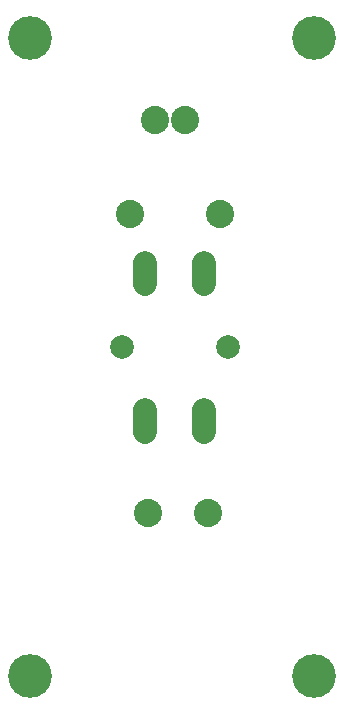
<source format=gbr>
G04 EAGLE Gerber RS-274X export*
G75*
%MOMM*%
%FSLAX34Y34*%
%LPD*%
%INSoldermask Bottom*%
%IPPOS*%
%AMOC8*
5,1,8,0,0,1.08239X$1,22.5*%
G01*
%ADD10C,3.703200*%
%ADD11C,2.387600*%
%ADD12C,1.993900*%
%ADD13C,2.006600*%


D10*
X270000Y30000D03*
X30000Y30000D03*
X30000Y570000D03*
X270000Y570000D03*
D11*
X161300Y500800D03*
X135900Y500800D03*
X129800Y167700D03*
X180600Y167700D03*
X114600Y421400D03*
X190800Y421400D03*
D12*
X127608Y379838D02*
X127608Y361931D01*
X127608Y254870D02*
X127608Y236963D01*
X177392Y361931D02*
X177392Y379838D01*
X177392Y254870D02*
X177392Y236963D01*
D13*
X107542Y308400D03*
X197458Y308400D03*
M02*

</source>
